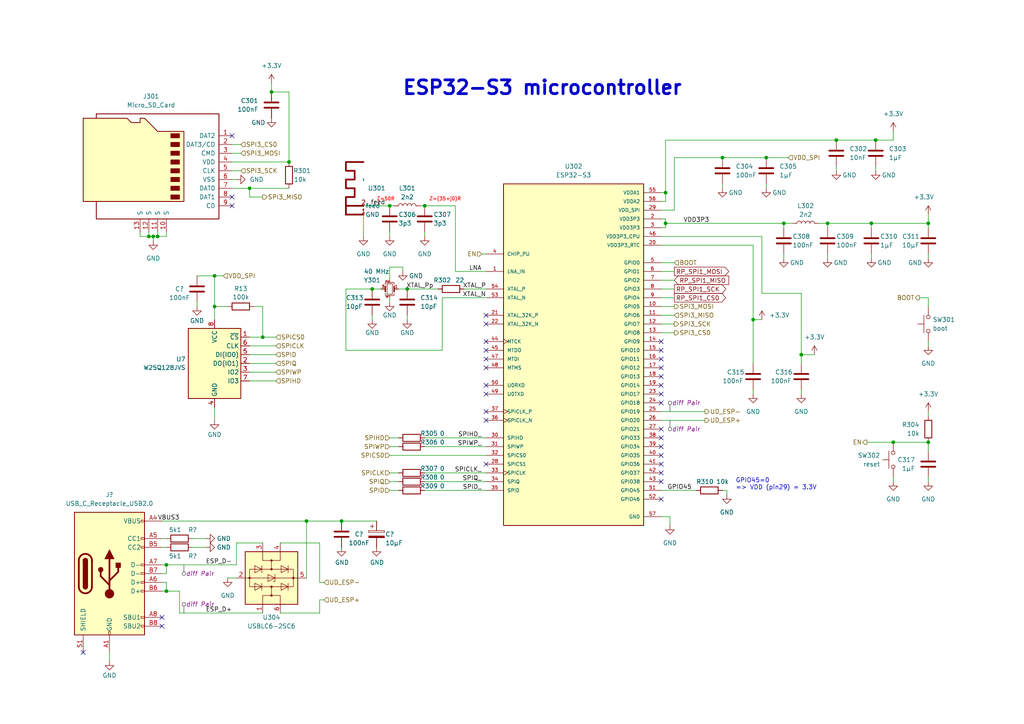
<source format=kicad_sch>
(kicad_sch (version 20230121) (generator eeschema)
  (paper "A4")
  (title_block (title "RD56_color") (date "2023-08-20") (rev "Rev 2") (company "Ludwin Monz") (comment 1 "you may not use the material for commercial purposes.") (comment 2 "you may use non-commercially, adapt, share alike ") (comment 3 "https://creativecommons.org/licenses/by-nc-sa/4.0/") (comment 4 "License: Creative Commons Attribution-Non-Commercial (CC BY-NC-SA)"))
  (lib_symbols
    (symbol "Connector:USB_C_Receptacle_USB2.0" (pin_names (offset 1.016))
      (property "Reference" "J" (at -10.16 19.05 0))
      (property "Value" "USB_C_Receptacle_USB2.0" (at 19.05 19.05 0))
      (symbol "USB_C_Receptacle_USB2.0_1_1"
        (pin passive line (at 0 -22.86 90) (length 5.08) (name "GND") (number "A1"))
        (pin passive line (at 0 -22.86 90) (length 5.08) hide (name "GND") (number "A12"))
        (pin passive line (at 15.24 15.24 180) (length 5.08) (name "VBUS") (number "A4"))
        (pin bidirectional line (at 15.24 10.16 180) (length 5.08) (name "CC1") (number "A5"))
        (pin bidirectional line (at 15.24 -2.54 180) (length 5.08) (name "D+") (number "A6"))
        (pin bidirectional line (at 15.24 2.54 180) (length 5.08) (name "D-") (number "A7"))
        (pin bidirectional line (at 15.24 -12.7 180) (length 5.08) (name "SBU1") (number "A8"))
        (pin passive line (at 15.24 15.24 180) (length 5.08) hide (name "VBUS") (number "A9"))
        (pin passive line (at 0 -22.86 90) (length 5.08) hide (name "GND") (number "B1"))
        (pin passive line (at 0 -22.86 90) (length 5.08) hide (name "GND") (number "B12"))
        (pin passive line (at 15.24 15.24 180) (length 5.08) hide (name "VBUS") (number "B4"))
        (pin bidirectional line (at 15.24 7.62 180) (length 5.08) (name "CC2") (number "B5"))
        (pin bidirectional line (at 15.24 -5.08 180) (length 5.08) (name "D+") (number "B6"))
        (pin bidirectional line (at 15.24 0 180) (length 5.08) (name "D-") (number "B7"))
        (pin bidirectional line (at 15.24 -15.24 180) (length 5.08) (name "SBU2") (number "B8"))
        (pin passive line (at 15.24 15.24 180) (length 5.08) hide (name "VBUS") (number "B9"))
        (pin passive line (at -7.62 -22.86 90) (length 5.08) (name "SHIELD") (number "S1"))
      )
    )
    (symbol "Device:C" (pin_numbers hide) (pin_names (offset 0.254))
      (property "Reference" "C" (at 0.635 2.54 0))
      (property "Value" "C" (at 0.635 -2.54 0))
      (symbol "C_1_1"
        (pin passive line (at 0 3.81 270) (length 2.794) (name "~") (number "1"))
        (pin passive line (at 0 -3.81 90) (length 2.794) (name "~") (number "2"))
      )
    )
    (symbol "Device:Crystal_GND24_Small" (pin_names (offset 1.016) hide)
      (property "Reference" "Y" (at 1.27 4.445 0))
      (property "Value" "Crystal_GND24_Small" (at 1.27 2.54 0))
      (symbol "Crystal_GND24_Small_1_1"
        (pin passive line (at -2.54 0 0) (length 1.27) (name "1") (number "1"))
        (pin passive line (at 0 -2.54 90) (length 0.635) (name "2") (number "2"))
        (pin passive line (at 2.54 0 180) (length 1.27) (name "3") (number "3"))
        (pin passive line (at 0 2.54 270) (length 0.635) (name "4") (number "4"))
      )
    )
    (symbol "Device:L" (pin_numbers hide) (pin_names (offset 1.016) hide)
      (property "Reference" "L" (at -1.27 0 90))
      (property "Value" "L" (at 1.905 0 90))
      (symbol "L_1_1"
        (pin passive line (at 0 3.81 270) (length 1.27) (name "1") (number "1"))
        (pin passive line (at 0 -3.81 90) (length 1.27) (name "2") (number "2"))
      )
    )
    (symbol "Device:R" (pin_numbers hide) (pin_names (offset 0))
      (property "Reference" "R" (at 2.032 0 90))
      (property "Value" "R" (at 0 0 90))
      (symbol "R_1_1"
        (pin passive line (at 0 3.81 270) (length 1.27) (name "~") (number "1"))
        (pin passive line (at 0 -3.81 90) (length 1.27) (name "~") (number "2"))
      )
    )
    (symbol "ESP32-S3:ESP32-S3" (pin_names (offset 1.016))
      (property "Reference" "U1" (at 0 53.34 0))
      (property "Value" "ESP32-S3" (at 0 50.8 0))
      (symbol "ESP32-S3_0_0"
        (pin bidirectional line (at -25.4 22.86 0) (length 5.08) (name "LNA_IN") (number "1"))
        (pin bidirectional line (at 25.4 12.7 180) (length 5.08) (name "GPIO5") (number "10"))
        (pin bidirectional line (at 25.4 10.16 180) (length 5.08) (name "GPIO6") (number "11"))
        (pin bidirectional line (at 25.4 7.62 180) (length 5.08) (name "GPIO7") (number "12"))
        (pin bidirectional line (at 25.4 5.08 180) (length 5.08) (name "GPIO8") (number "13"))
        (pin bidirectional line (at 25.4 2.54 180) (length 5.08) (name "GPIO9") (number "14"))
        (pin bidirectional line (at 25.4 0 180) (length 5.08) (name "GPIO10") (number "15"))
        (pin bidirectional line (at 25.4 -2.54 180) (length 5.08) (name "GPIO11") (number "16"))
        (pin bidirectional line (at 25.4 -5.08 180) (length 5.08) (name "GPIO12") (number "17"))
        (pin bidirectional line (at 25.4 -7.62 180) (length 5.08) (name "GPIO13") (number "18"))
        (pin bidirectional line (at 25.4 -10.16 180) (length 5.08) (name "GPIO14") (number "19"))
        (pin power_in line (at 25.4 38.1 180) (length 5.08) (name "VDD3P3") (number "2"))
        (pin power_in line (at 25.4 30.48 180) (length 5.08) (name "VDD3P3_RTC") (number "20"))
        (pin bidirectional line (at -25.4 10.16 0) (length 5.08) (name "XTAL_32K_P") (number "21"))
        (pin bidirectional line (at -25.4 7.62 0) (length 5.08) (name "XTAL_32K_N") (number "22"))
        (pin bidirectional line (at 25.4 -12.7 180) (length 5.08) (name "GPIO17") (number "23"))
        (pin bidirectional line (at 25.4 -15.24 180) (length 5.08) (name "GPIO18") (number "24"))
        (pin bidirectional line (at 25.4 -17.78 180) (length 5.08) (name "GPIO19") (number "25"))
        (pin bidirectional line (at 25.4 -20.32 180) (length 5.08) (name "GPIO20") (number "26"))
        (pin bidirectional line (at 25.4 -22.86 180) (length 5.08) (name "GPIO21") (number "27"))
        (pin bidirectional line (at -25.4 -33.02 0) (length 5.08) (name "SPICS1") (number "28"))
        (pin power_in line (at 25.4 40.64 180) (length 5.08) (name "VDD_SPI") (number "29"))
        (pin power_in line (at 25.4 35.56 180) (length 5.08) (name "VDD3P3") (number "3"))
        (pin bidirectional line (at -25.4 -25.4 0) (length 5.08) (name "SPIHD") (number "30"))
        (pin bidirectional line (at -25.4 -27.94 0) (length 5.08) (name "SPIWP") (number "31"))
        (pin bidirectional line (at -25.4 -30.48 0) (length 5.08) (name "SPICS0") (number "32"))
        (pin bidirectional clock (at -25.4 -35.56 0) (length 5.08) (name "SPICLK") (number "33"))
        (pin bidirectional line (at -25.4 -38.1 0) (length 5.08) (name "SPIQ") (number "34"))
        (pin bidirectional line (at -25.4 -40.64 0) (length 5.08) (name "SPID") (number "35"))
        (pin bidirectional clock (at -25.4 -20.32 0) (length 5.08) (name "SPICLK_N") (number "36"))
        (pin bidirectional clock (at -25.4 -17.78 0) (length 5.08) (name "SPICLK_P") (number "37"))
        (pin bidirectional line (at 25.4 -25.4 180) (length 5.08) (name "GPIO33") (number "38"))
        (pin bidirectional line (at 25.4 -27.94 180) (length 5.08) (name "GPIO34") (number "39"))
        (pin input line (at -25.4 27.94 0) (length 5.08) (name "CHIP_PU") (number "4"))
        (pin bidirectional line (at 25.4 -30.48 180) (length 5.08) (name "GPIO35") (number "40"))
        (pin bidirectional line (at 25.4 -33.02 180) (length 5.08) (name "GPIO36") (number "41"))
        (pin bidirectional line (at 25.4 -35.56 180) (length 5.08) (name "GPIO37") (number "42"))
        (pin bidirectional line (at 25.4 -38.1 180) (length 5.08) (name "GPIO38") (number "43"))
        (pin bidirectional clock (at -25.4 2.54 0) (length 5.08) (name "MTCK") (number "44"))
        (pin bidirectional line (at -25.4 0 0) (length 5.08) (name "MTDO") (number "45"))
        (pin power_in line (at 25.4 33.02 180) (length 5.08) (name "VDD3P3_CPU") (number "46"))
        (pin bidirectional line (at -25.4 -2.54 0) (length 5.08) (name "MTDI") (number "47"))
        (pin bidirectional line (at -25.4 -5.08 0) (length 5.08) (name "MTMS") (number "48"))
        (pin bidirectional line (at -25.4 -12.7 0) (length 5.08) (name "U0TXD") (number "49"))
        (pin bidirectional line (at 25.4 25.4 180) (length 5.08) (name "GPIO0") (number "5"))
        (pin bidirectional line (at -25.4 -10.16 0) (length 5.08) (name "U0RXD") (number "50"))
        (pin bidirectional line (at 25.4 -40.64 180) (length 5.08) (name "GPIO45") (number "51"))
        (pin bidirectional line (at 25.4 -43.18 180) (length 5.08) (name "GPIO46") (number "52"))
        (pin output line (at -25.4 15.24 0) (length 5.08) (name "XTAL_N") (number "53"))
        (pin input line (at -25.4 17.78 0) (length 5.08) (name "XTAL_P") (number "54"))
        (pin power_in line (at 25.4 45.72 180) (length 5.08) (name "VDDA1") (number "55"))
        (pin power_in line (at 25.4 43.18 180) (length 5.08) (name "VDDA2") (number "56"))
        (pin power_in line (at 25.4 -48.26 180) (length 5.08) (name "GND") (number "57"))
        (pin bidirectional line (at 25.4 22.86 180) (length 5.08) (name "GPIO1") (number "6"))
        (pin bidirectional line (at 25.4 20.32 180) (length 5.08) (name "GPIO2") (number "7"))
        (pin bidirectional line (at 25.4 17.78 180) (length 5.08) (name "GPIO3") (number "8"))
        (pin bidirectional line (at 25.4 15.24 180) (length 5.08) (name "GPIO4") (number "9"))
      )
    )
    (symbol "Memory_Flash:W25Q128JVS"
      (property "Reference" "U" (at -8.89 8.89 0))
      (property "Value" "W25Q128JVS" (at 7.62 8.89 0))
      (symbol "W25Q128JVS_1_1"
        (pin input line (at -10.16 7.62 0) (length 2.54) (name "~{CS}") (number "1"))
        (pin bidirectional line (at -10.16 0 0) (length 2.54) (name "DO(IO1)") (number "2"))
        (pin bidirectional line (at -10.16 -2.54 0) (length 2.54) (name "IO2") (number "3"))
        (pin power_in line (at 0 -12.7 90) (length 2.54) (name "GND") (number "4"))
        (pin bidirectional line (at -10.16 2.54 0) (length 2.54) (name "DI(IO0)") (number "5"))
        (pin input line (at -10.16 5.08 0) (length 2.54) (name "CLK") (number "6"))
        (pin bidirectional line (at -10.16 -5.08 0) (length 2.54) (name "IO3") (number "7"))
        (pin power_in line (at 0 12.7 270) (length 2.54) (name "VCC") (number "8"))
      )
    )
    (symbol "New_Library:PCB_antenna"
      (property "Reference" "U" (at 0 6.35 0))
      (symbol "PCB_antenna_1_1"
        (pin input line (at -10.16 0 270) (length 0.1) (name "GND") (number "1"))
        (pin input line (at -7.62 0 270) (length 0.1) (name "feed") (number "2"))
      )
    )
    (symbol "New_Library:my_Micro_SD_Card" (pin_names (offset 1.016))
      (property "Reference" "J" (at -16.51 15.24 0))
      (property "Value" "Micro_SD_Card" (at 16.51 15.24 0))
      (symbol "my_Micro_SD_Card_1_1"
        (pin bidirectional line (at -22.86 7.62 0) (length 3.81) (name "DAT2") (number "1"))
        (pin passive line (at -3.81 -20.32 90) (length 3.81) (name "S") (number "10"))
        (pin passive line (at -1.27 -20.32 90) (length 3.81) (name "S") (number "11"))
        (pin passive line (at 1.27 -20.32 90) (length 3.81) (name "S") (number "12"))
        (pin passive line (at 3.81 -20.32 90) (length 3.81) (name "S") (number "13"))
        (pin bidirectional line (at -22.86 5.08 0) (length 3.81) (name "DAT3/CD") (number "2"))
        (pin input line (at -22.86 2.54 0) (length 3.81) (name "CMD") (number "3"))
        (pin power_in line (at -22.86 0 0) (length 3.81) (name "VDD") (number "4"))
        (pin input line (at -22.86 -2.54 0) (length 3.81) (name "CLK") (number "5"))
        (pin power_in line (at -22.86 -5.08 0) (length 3.81) (name "VSS") (number "6"))
        (pin bidirectional line (at -22.86 -7.62 0) (length 3.81) (name "DAT0") (number "7"))
        (pin bidirectional line (at -22.86 -10.16 0) (length 3.81) (name "DAT1") (number "8"))
        (pin output line (at -22.86 -12.7 0) (length 3.81) (name "CD") (number "9"))
      )
    )
    (symbol "Power_Protection:USBLC6-2SC6" (pin_names hide)
      (property "Reference" "U" (at 2.54 8.89 0))
      (property "Value" "USBLC6-2SC6" (at 2.54 -8.89 0))
      (symbol "USBLC6-2SC6_1_1"
        (pin passive line (at -10.16 -2.54 0) (length 2.54) (name "I/O1") (number "1"))
        (pin passive line (at 0 -10.16 90) (length 2.54) (name "GND") (number "2"))
        (pin passive line (at 10.16 -2.54 180) (length 2.54) (name "I/O2") (number "3"))
        (pin passive line (at 10.16 2.54 180) (length 2.54) (name "I/O2") (number "4"))
        (pin passive line (at 0 10.16 270) (length 2.54) (name "VBUS") (number "5"))
        (pin passive line (at -10.16 2.54 0) (length 2.54) (name "I/O1") (number "6"))
      )
    )
    (symbol "RD40_display_SMD-rescue:CP-Device" (pin_numbers hide) (pin_names (offset 0.254))
      (property "Reference" "C" (at 0.635 2.54 0))
      (property "Value" "Device_CP" (at 0.635 -2.54 0))
      (symbol "CP-Device_1_1"
        (pin passive line (at 0 3.81 270) (length 2.794) (name "~") (number "1"))
        (pin passive line (at 0 -3.81 90) (length 2.794) (name "~") (number "2"))
      )
    )
    (symbol "Switch:SW_Push" (pin_numbers hide) (pin_names (offset 1.016) hide)
      (property "Reference" "SW" (at 1.27 2.54 0))
      (property "Value" "SW_Push" (at 0 -1.524 0))
      (symbol "SW_Push_0_1"
        (pin passive line (at -5.08 0 0) (length 2.54) (name "1") (number "1"))
        (pin passive line (at 5.08 0 180) (length 2.54) (name "2") (number "2"))
      )
    )
    (symbol "power:+3.3V" (power) (pin_names (offset 0))
      (property "Value" "+3.3V" (at 0 3.556 0))
      (symbol "+3.3V_1_1"
        (pin power_in line (at 0 0 90) (length 0) hide (name "+3.3V") (number "1"))
      )
    )
    (symbol "power:GND" (power) (pin_names (offset 0))
      (property "Value" "GND" (at 0 -3.81 0))
      (symbol "GND_1_1"
        (pin power_in line (at 0 0 270) (length 0) hide (name "GND") (number "1"))
      )
    )
  )
  (junction (at 83.82 46.99))
  (junction (at 240.03 64.77))
  (junction (at 48.26 163.83))
  (junction (at 232.41 102.87))
  (junction (at 78.74 26.67))
  (junction (at 76.2 97.79))
  (junction (at 99.06 151.13))
  (junction (at 222.25 45.72))
  (junction (at 45.72 68.58))
  (junction (at 72.39 54.61))
  (junction (at 107.95 83.82))
  (junction (at 62.23 80.01))
  (junction (at 269.24 64.77))
  (junction (at 269.24 128.27))
  (junction (at 43.18 68.58))
  (junction (at 242.57 40.64))
  (junction (at 118.11 83.82))
  (junction (at 113.03 59.69))
  (junction (at 123.19 59.69))
  (junction (at 62.23 88.9))
  (junction (at 252.73 64.77))
  (junction (at 218.44 92.71))
  (junction (at 88.9 151.13))
  (junction (at 254 40.64))
  (junction (at 193.04 55.88))
  (junction (at 209.55 45.72))
  (junction (at 259.08 128.27))
  (junction (at 227.33 64.77))
  (junction (at 44.45 68.58))
  (junction (at 193.04 64.77))
  (junction (at 48.26 171.45))
  (no_connect (at 140.97 104.14))
  (no_connect (at 140.97 111.76))
  (no_connect (at 191.77 137.16))
  (no_connect (at 67.31 39.37))
  (no_connect (at 191.77 106.68))
  (no_connect (at 67.31 57.15))
  (no_connect (at 191.77 134.62))
  (no_connect (at 191.77 111.76))
  (no_connect (at 24.13 189.23))
  (no_connect (at 140.97 121.92))
  (no_connect (at 140.97 134.62))
  (no_connect (at 140.97 91.44))
  (no_connect (at 191.77 139.7))
  (no_connect (at 140.97 99.06))
  (no_connect (at 140.97 106.68))
  (no_connect (at 191.77 116.84))
  (no_connect (at 46.99 181.61))
  (no_connect (at 191.77 109.22))
  (no_connect (at 191.77 144.78))
  (no_connect (at 140.97 119.38))
  (no_connect (at 191.77 124.46))
  (no_connect (at 140.97 101.6))
  (no_connect (at 191.77 101.6))
  (no_connect (at 191.77 114.3))
  (no_connect (at 191.77 99.06))
  (no_connect (at 140.97 114.3))
  (no_connect (at 191.77 127))
  (no_connect (at 140.97 93.98))
  (no_connect (at 191.77 132.08))
  (no_connect (at 46.99 179.07))
  (no_connect (at 191.77 129.54))
  (no_connect (at 191.77 104.14))
  (no_connect (at 67.31 59.69))
  (wire (pts (xy 113.03 67.31) (xy 113.03 68.58)))
  (wire (pts (xy 269.24 128.27) (xy 269.24 130.81)))
  (wire (pts (xy 76.2 157.48) (xy 68.58 157.48)))
  (wire (pts (xy 43.18 67.31) (xy 43.18 68.58)))
  (wire (pts (xy 232.41 102.87) (xy 232.41 85.09)))
  (wire (pts (xy 113.03 77.47) (xy 113.03 81.28)))
  (wire (pts (xy 43.18 68.58) (xy 44.45 68.58)))
  (wire (pts (xy 48.26 171.45) (xy 46.99 171.45)))
  (wire (pts (xy 128.27 86.36) (xy 140.97 86.36)))
  (wire (pts (xy 31.75 189.23) (xy 31.75 191.77)))
  (wire (pts (xy 269.24 64.77) (xy 269.24 66.04)))
  (wire (pts (xy 72.39 105.41) (xy 80.01 105.41)))
  (wire (pts (xy 242.57 40.64) (xy 254 40.64)))
  (wire (pts (xy 46.99 168.91) (xy 48.26 168.91)))
  (wire (pts (xy 191.77 58.42) (xy 193.04 58.42)))
  (wire (pts (xy 252.73 64.77) (xy 269.24 64.77)))
  (wire (pts (xy 62.23 80.01) (xy 57.15 80.01)))
  (wire (pts (xy 92.71 157.48) (xy 81.28 157.48)))
  (wire (pts (xy 105.41 62.23) (xy 105.41 68.58)))
  (wire (pts (xy 252.73 73.66) (xy 252.73 74.93)))
  (wire (pts (xy 99.06 151.13) (xy 109.22 151.13)))
  (wire (pts (xy 40.64 67.31) (xy 40.64 68.58)))
  (wire (pts (xy 45.72 67.31) (xy 45.72 68.58)))
  (wire (pts (xy 195.58 60.96) (xy 195.58 45.72)))
  (wire (pts (xy 57.15 87.63) (xy 57.15 88.9)))
  (wire (pts (xy 269.24 119.38) (xy 269.24 120.65)))
  (wire (pts (xy 254 48.26) (xy 254 49.53)))
  (wire (pts (xy 210.82 142.24) (xy 210.82 143.51)))
  (wire (pts (xy 195.58 60.96) (xy 191.77 60.96)))
  (wire (pts (xy 62.23 118.11) (xy 62.23 121.92)))
  (wire (pts (xy 220.98 85.09) (xy 220.98 68.58)))
  (wire (pts (xy 269.24 86.36) (xy 269.24 88.9)))
  (wire (pts (xy 191.77 76.2) (xy 195.58 76.2)))
  (wire (pts (xy 113.03 139.7) (xy 115.57 139.7)))
  (wire (pts (xy 62.23 92.71) (xy 62.23 88.9)))
  (wire (pts (xy 209.55 142.24) (xy 210.82 142.24)))
  (wire (pts (xy 113.03 132.08) (xy 140.97 132.08)))
  (wire (pts (xy 242.57 48.26) (xy 242.57 49.53)))
  (wire (pts (xy 252.73 64.77) (xy 240.03 64.77)))
  (wire (pts (xy 69.85 49.53) (xy 67.31 49.53)))
  (wire (pts (xy 236.22 102.87) (xy 232.41 102.87)))
  (wire (pts (xy 193.04 55.88) (xy 193.04 58.42)))
  (wire (pts (xy 240.03 73.66) (xy 240.03 74.93)))
  (wire (pts (xy 123.19 127) (xy 140.97 127)))
  (wire (pts (xy 52.07 177.8) (xy 76.2 177.8)))
  (wire (pts (xy 269.24 138.43) (xy 269.24 139.7)))
  (wire (pts (xy 69.85 41.91) (xy 67.31 41.91)))
  (wire (pts (xy 115.57 83.82) (xy 118.11 83.82)))
  (wire (pts (xy 48.26 158.75) (xy 46.99 158.75)))
  (wire (pts (xy 72.39 57.15) (xy 72.39 54.61)))
  (wire (pts (xy 240.03 64.77) (xy 240.03 66.04)))
  (wire (pts (xy 191.77 86.36) (xy 195.58 86.36)))
  (wire (pts (xy 92.71 177.8) (xy 92.71 173.99)))
  (wire (pts (xy 193.04 64.77) (xy 227.33 64.77)))
  (wire (pts (xy 116.84 77.47) (xy 116.84 78.74)))
  (wire (pts (xy 48.26 163.83) (xy 68.58 163.83)))
  (wire (pts (xy 259.08 138.43) (xy 259.08 139.7)))
  (wire (pts (xy 193.04 63.5) (xy 193.04 64.77)))
  (wire (pts (xy 44.45 68.58) (xy 45.72 68.58)))
  (wire (pts (xy 76.2 88.9) (xy 73.66 88.9)))
  (wire (pts (xy 252.73 64.77) (xy 252.73 66.04)))
  (wire (pts (xy 72.39 97.79) (xy 76.2 97.79)))
  (wire (pts (xy 227.33 73.66) (xy 227.33 74.93)))
  (wire (pts (xy 218.44 92.71) (xy 220.98 92.71)))
  (wire (pts (xy 269.24 73.66) (xy 269.24 74.93)))
  (wire (pts (xy 72.39 110.49) (xy 80.01 110.49)))
  (wire (pts (xy 113.03 127) (xy 115.57 127)))
  (wire (pts (xy 218.44 71.12) (xy 218.44 92.71)))
  (wire (pts (xy 194.31 152.4) (xy 194.31 149.86)))
  (wire (pts (xy 68.58 163.83) (xy 68.58 157.48)))
  (wire (pts (xy 62.23 80.01) (xy 62.23 88.9)))
  (wire (pts (xy 110.49 83.82) (xy 107.95 83.82)))
  (wire (pts (xy 191.77 81.28) (xy 195.58 81.28)))
  (wire (pts (xy 92.71 168.91) (xy 92.71 157.48)))
  (wire (pts (xy 78.74 24.13) (xy 78.74 26.67)))
  (wire (pts (xy 132.08 78.74) (xy 140.97 78.74)))
  (wire (pts (xy 269.24 99.06) (xy 269.24 100.33)))
  (wire (pts (xy 76.2 57.15) (xy 72.39 57.15)))
  (wire (pts (xy 191.77 91.44) (xy 195.58 91.44)))
  (wire (pts (xy 128.27 101.6) (xy 128.27 86.36)))
  (wire (pts (xy 209.55 53.34) (xy 209.55 54.61)))
  (wire (pts (xy 45.72 68.58) (xy 48.26 68.58)))
  (wire (pts (xy 194.31 149.86) (xy 191.77 149.86)))
  (wire (pts (xy 123.19 59.69) (xy 132.08 59.69)))
  (wire (pts (xy 229.87 64.77) (xy 227.33 64.77)))
  (wire (pts (xy 46.99 151.13) (xy 88.9 151.13)))
  (wire (pts (xy 48.26 163.83) (xy 48.26 166.37)))
  (wire (pts (xy 118.11 83.82) (xy 127 83.82)))
  (wire (pts (xy 232.41 85.09) (xy 220.98 85.09)))
  (wire (pts (xy 191.77 63.5) (xy 193.04 63.5)))
  (wire (pts (xy 40.64 68.58) (xy 43.18 68.58)))
  (wire (pts (xy 227.33 64.77) (xy 227.33 66.04)))
  (wire (pts (xy 107.95 91.44) (xy 107.95 92.71)))
  (wire (pts (xy 134.62 83.82) (xy 140.97 83.82)))
  (wire (pts (xy 259.08 40.64) (xy 254 40.64)))
  (wire (pts (xy 191.77 96.52) (xy 195.58 96.52)))
  (wire (pts (xy 48.26 166.37) (xy 46.99 166.37)))
  (wire (pts (xy 83.82 46.99) (xy 83.82 26.67)))
  (wire (pts (xy 76.2 97.79) (xy 80.01 97.79)))
  (wire (pts (xy 193.04 55.88) (xy 193.04 40.64)))
  (wire (pts (xy 62.23 88.9) (xy 66.04 88.9)))
  (wire (pts (xy 72.39 54.61) (xy 67.31 54.61)))
  (wire (pts (xy 48.26 68.58) (xy 48.26 67.31)))
  (wire (pts (xy 83.82 26.67) (xy 78.74 26.67)))
  (wire (pts (xy 118.11 91.44) (xy 118.11 92.71)))
  (wire (pts (xy 69.85 44.45) (xy 67.31 44.45)))
  (wire (pts (xy 123.19 137.16) (xy 140.97 137.16)))
  (wire (pts (xy 240.03 64.77) (xy 237.49 64.77)))
  (wire (pts (xy 191.77 55.88) (xy 193.04 55.88)))
  (wire (pts (xy 81.28 177.8) (xy 92.71 177.8)))
  (wire (pts (xy 48.26 171.45) (xy 52.07 171.45)))
  (wire (pts (xy 116.84 77.47) (xy 113.03 77.47)))
  (wire (pts (xy 195.58 45.72) (xy 209.55 45.72)))
  (wire (pts (xy 193.04 64.77) (xy 193.04 66.04)))
  (wire (pts (xy 113.03 86.36) (xy 113.03 87.63)))
  (wire (pts (xy 191.77 142.24) (xy 201.93 142.24)))
  (wire (pts (xy 100.33 83.82) (xy 100.33 101.6)))
  (wire (pts (xy 113.03 137.16) (xy 115.57 137.16)))
  (wire (pts (xy 191.77 66.04) (xy 193.04 66.04)))
  (wire (pts (xy 132.08 59.69) (xy 132.08 78.74)))
  (wire (pts (xy 72.39 107.95) (xy 80.01 107.95)))
  (wire (pts (xy 88.9 151.13) (xy 88.9 167.64)))
  (wire (pts (xy 218.44 92.71) (xy 218.44 105.41)))
  (wire (pts (xy 92.71 173.99) (xy 93.98 173.99)))
  (wire (pts (xy 121.92 59.69) (xy 123.19 59.69)))
  (wire (pts (xy 93.98 168.91) (xy 92.71 168.91)))
  (wire (pts (xy 259.08 38.1) (xy 259.08 40.64)))
  (wire (pts (xy 72.39 100.33) (xy 80.01 100.33)))
  (wire (pts (xy 55.88 156.21) (xy 59.69 156.21)))
  (wire (pts (xy 232.41 102.87) (xy 232.41 105.41)))
  (wire (pts (xy 209.55 45.72) (xy 222.25 45.72)))
  (wire (pts (xy 113.03 142.24) (xy 115.57 142.24)))
  (wire (pts (xy 68.58 52.07) (xy 67.31 52.07)))
  (wire (pts (xy 193.04 40.64) (xy 242.57 40.64)))
  (wire (pts (xy 46.99 163.83) (xy 48.26 163.83)))
  (wire (pts (xy 52.07 171.45) (xy 52.07 177.8)))
  (wire (pts (xy 191.77 88.9) (xy 195.58 88.9)))
  (wire (pts (xy 113.03 129.54) (xy 115.57 129.54)))
  (wire (pts (xy 191.77 83.82) (xy 195.58 83.82)))
  (wire (pts (xy 123.19 129.54) (xy 140.97 129.54)))
  (wire (pts (xy 123.19 139.7) (xy 140.97 139.7)))
  (wire (pts (xy 48.26 168.91) (xy 48.26 171.45)))
  (wire (pts (xy 55.88 158.75) (xy 59.69 158.75)))
  (wire (pts (xy 123.19 142.24) (xy 140.97 142.24)))
  (wire (pts (xy 269.24 62.23) (xy 269.24 64.77)))
  (wire (pts (xy 123.19 67.31) (xy 123.19 68.58)))
  (wire (pts (xy 266.7 86.36) (xy 269.24 86.36)))
  (wire (pts (xy 62.23 80.01) (xy 64.77 80.01)))
  (wire (pts (xy 113.03 59.69) (xy 114.3 59.69)))
  (wire (pts (xy 191.77 78.74) (xy 195.58 78.74)))
  (wire (pts (xy 269.24 128.27) (xy 259.08 128.27)))
  (wire (pts (xy 222.25 53.34) (xy 222.25 54.61)))
  (wire (pts (xy 100.33 101.6) (xy 128.27 101.6)))
  (wire (pts (xy 139.7 73.66) (xy 140.97 73.66)))
  (wire (pts (xy 191.77 93.98) (xy 195.58 93.98)))
  (wire (pts (xy 191.77 71.12) (xy 218.44 71.12)))
  (wire (pts (xy 83.82 54.61) (xy 72.39 54.61)))
  (wire (pts (xy 259.08 128.27) (xy 251.46 128.27)))
  (wire (pts (xy 218.44 113.03) (xy 218.44 114.3)))
  (wire (pts (xy 191.77 119.38) (xy 204.47 119.38)))
  (wire (pts (xy 44.45 68.58) (xy 44.45 69.85)))
  (wire (pts (xy 48.26 156.21) (xy 46.99 156.21)))
  (wire (pts (xy 83.82 46.99) (xy 67.31 46.99)))
  (wire (pts (xy 88.9 151.13) (xy 99.06 151.13)))
  (wire (pts (xy 68.58 167.64) (xy 66.04 167.64)))
  (wire (pts (xy 76.2 97.79) (xy 76.2 88.9)))
  (wire (pts (xy 72.39 102.87) (xy 80.01 102.87)))
  (wire (pts (xy 232.41 113.03) (xy 232.41 114.3)))
  (wire (pts (xy 105.41 59.69) (xy 113.03 59.69)))
  (wire (pts (xy 107.95 83.82) (xy 100.33 83.82)))
  (wire (pts (xy 191.77 121.92) (xy 204.47 121.92)))
  (wire (pts (xy 222.25 45.72) (xy 228.6 45.72)))
  (wire (pts (xy 220.98 68.58) (xy 191.77 68.58)))
  (text "Z=50R" (at 109.22 58.42 0) (effects (font (size 1 1)) (justify left bottom)))
  (text "ESP32-S3 microcontroller" (at 198.12 27.94 0) (effects (font (size 4 4) (thickness 0.8) bold) (justify right bottom)))
  (text "Z=(35+j0)R" (at 124.46 58.42 0) (effects (font (size 1 1)) (justify left bottom)))
  (text "GPIO45=0\n=> VDD (pin29) = 3.3V" (at 213.36 142.24 0) (effects (font (size 1.27 1.27)) (justify left bottom)))
  (label "SPICLK_" (at 139.7 137.16 180))
  (label "LNA" (at 139.7 78.74 180))
  (label "SPIHD_" (at 139.7 127 180))
  (label "XTAL_P" (at 140.97 83.82 180))
  (label "ESP_D-" (at 67.31 163.83 180))
  (label "SPIQ_" (at 139.7 139.7 180))
  (label "VBUS3" (at 52.07 151.13 180))
  (label "GPIO45" (at 200.66 142.24 180))
  (label "SPIWP_" (at 139.7 129.54 180))
  (label "feed" (at 111.76 59.69 180))
  (label "XTAL_N" (at 140.97 86.36 180))
  (label "SPID_" (at 139.7 142.24 180))
  (label "VDD3P3" (at 205.74 64.77 180))
  (label "ESP_D+" (at 67.31 177.8 180))
  (label "XTAL_Pp" (at 125.73 83.82 180))
  (global_label "RP_SPI1_CS0" (shape output) (at 195.58 86.36 0) (property "Intersheetrefs" "${INTERSHEET_REFS}" (effects hide)))
  (global_label "RP_SPI1_MISO" (shape input) (at 195.58 81.28 0) (property "Intersheetrefs" "${INTERSHEET_REFS}" (effects hide)))
  (global_label "RP_SPI1_MOSI" (shape output) (at 195.58 78.74 0) (property "Intersheetrefs" "${INTERSHEET_REFS}" (effects hide)))
  (global_label "RP_SPI1_SCK" (shape output) (at 195.58 83.82 0) (property "Intersheetrefs" "${INTERSHEET_REFS}" (effects hide)))
  (hierarchical_label "SPID" (shape input) (at 113.03 142.24 180))
  (hierarchical_label "UD_ESP+" (shape output) (at 204.47 121.92 0))
  (hierarchical_label "VDD_SPI" (shape input) (at 228.6 45.72 0))
  (hierarchical_label "SPI3_MISO" (shape output) (at 76.2 57.15 0))
  (hierarchical_label "SPID" (shape input) (at 80.01 102.87 0))
  (hierarchical_label "SPICS0" (shape input) (at 80.01 97.79 0))
  (hierarchical_label "SPI3_MOSI" (shape input) (at 69.85 44.45 0))
  (hierarchical_label "SPI3_CS0" (shape input) (at 69.85 41.91 0))
  (hierarchical_label "VDD_SPI" (shape input) (at 64.77 80.01 0))
  (hierarchical_label "SPI3_CS0" (shape output) (at 195.58 96.52 0))
  (hierarchical_label "SPICLK" (shape input) (at 80.01 100.33 0))
  (hierarchical_label "SPI3_SCK" (shape input) (at 69.85 49.53 0))
  (hierarchical_label "SPI3_MOSI" (shape output) (at 195.58 88.9 0))
  (hierarchical_label "SPIWP" (shape input) (at 80.01 107.95 0))
  (hierarchical_label "SPIWP" (shape input) (at 113.03 129.54 180))
  (hierarchical_label "SPIQ" (shape input) (at 113.03 139.7 180))
  (hierarchical_label "SPICS0" (shape input) (at 113.03 132.08 180))
  (hierarchical_label "SPI3_MISO" (shape input) (at 195.58 91.44 0))
  (hierarchical_label "EN" (shape input) (at 139.7 73.66 180))
  (hierarchical_label "SPIHD" (shape input) (at 80.01 110.49 0))
  (hierarchical_label "UD_ESP-" (shape output) (at 204.47 119.38 0))
  (hierarchical_label "SPI3_SCK" (shape output) (at 195.58 93.98 0))
  (hierarchical_label "BOOT" (shape output) (at 266.7 86.36 180))
  (hierarchical_label "SPIHD" (shape input) (at 113.03 127 180))
  (hierarchical_label "BOOT" (shape input) (at 195.58 76.2 0))
  (hierarchical_label "UD_ESP+" (shape input) (at 93.98 173.99 0))
  (hierarchical_label "SPIQ" (shape input) (at 80.01 105.41 0))
  (hierarchical_label "EN" (shape output) (at 251.46 128.27 180))
  (hierarchical_label "UD_ESP-" (shape input) (at 93.98 168.91 0))
  (hierarchical_label "SPICLK" (shape input) (at 113.03 137.16 180))
  (netclass_flag "" (length 2.54) (shape round) (at 194.31 121.92 180) (property "Netclass" "diff Pair" (at 194.9196 124.46 0) (effects (font italic) (justify left))))
  (netclass_flag "" (length 2.54) (shape round) (at 194.31 119.38 0) (property "Netclass" "diff Pair" (at 194.9196 116.84 0) (effects (font italic) (justify left))))
  (netclass_flag "" (length 2.54) (shape round) (at 53.34 177.8 0) (property "Netclass" "diff Pair" (at 53.9496 175.26 0) (effects (font italic) (justify left))))
  (netclass_flag "" (length 2.54) (shape round) (at 53.34 163.83 180) (property "Netclass" "diff Pair" (at 53.9496 166.37 0) (effects (font italic) (justify left))))
  (symbol (lib_id "Device:C") (at 269.24 134.62 0) (mirror y) (unit 1)
    (property "Reference" "C317" (at 265.43 133.35 0) (effects (justify left)))
    (property "Value" "1µF" (at 265.43 135.89 0) (effects (justify left)))
    (property "Footprint" "Capacitor_SMD:C_0402_1005Metric" (effects hide))
    (property "LCSC" "C52923" (effects hide))
  )
  (symbol (lib_id "power:GND") (at 105.41 68.58 0) (unit 1)
    (property "Reference" "#PWR0310" (effects hide))
    (property "Value" "GND" (at 105.41 73.66 0))
  )
  (symbol (lib_id "Device:R") (at 119.38 129.54 90) (unit 1)
    (property "Reference" "R306" (at 124.46 128.27 90))
    (property "Value" "0" (at 128.27 128.27 90))
    (property "Footprint" "Resistor_SMD:R_0402_1005Metric" (effects hide))
    (property "LCSC" "C17168" (effects hide))
  )
  (symbol (lib_id "New_Library:my_Micro_SD_Card") (at 44.45 46.99 0) (mirror y) (unit 1)
    (property "Reference" "J301" (at 43.815 27.94 0))
    (property "Value" "Micro_SD_Card" (at 43.815 30.48 0))
    (property "Footprint" "my_footprints:microSD_SMD" (effects hide))
    (property "Datasheet" "GT-TF003-H0185-02.pdf" (effects hide))
    (property "LCSC" "C5155564" (effects hide))
  )
  (symbol (lib_id "Device:C") (at 209.55 49.53 0) (unit 1)
    (property "Reference" "C304" (at 213.36 48.26 0) (effects (justify left)))
    (property "Value" "100nF" (at 213.36 50.8 0) (effects (justify left)))
    (property "Footprint" "Capacitor_SMD:C_0402_1005Metric" (effects hide))
    (property "LCSC" "C307331" (effects hide))
  )
  (symbol (lib_id "Device:L") (at 233.68 64.77 90) (unit 1)
    (property "Reference" "L302" (at 233.68 59.69 90))
    (property "Value" "2n2" (at 233.68 62.23 90))
    (property "Footprint" "Inductor_SMD:L_0402_1005Metric" (effects hide))
    (property "LCSC" "C412264" (effects hide))
  )
  (symbol (lib_id "power:GND") (at 118.11 92.71 0) (unit 1)
    (property "Reference" "#PWR0322" (effects hide))
    (property "Value" "GND" (at 118.11 96.52 0))
  )
  (symbol (lib_id "Device:R") (at 269.24 124.46 0) (mirror y) (unit 1)
    (property "Reference" "R304" (at 266.7 123.19 0) (effects (justify left)))
    (property "Value" "10k" (at 266.7 125.73 0) (effects (justify left)))
    (property "Footprint" "Resistor_SMD:R_0402_1005Metric" (effects hide))
    (property "LCSC" "C25744" (effects hide))
  )
  (symbol (lib_id "Device:Crystal_GND24_Small") (at 113.03 83.82 180) (unit 1)
    (property "Reference" "Y301" (at 107.95 81.28 0))
    (property "Value" "40 MHz" (at 109.22 78.74 0))
    (property "Footprint" "my_footprints:Crystal_SMD_4Pin_3.2x2.5mm" (effects hide))
    (property "LCSC" "C379787" (effects hide))
  )
  (symbol (lib_id "Device:C") (at 252.73 69.85 0) (unit 1)
    (property "Reference" "C310" (at 255.27 68.58 0) (effects (justify left)))
    (property "Value" "1µF" (at 255.27 71.12 0) (effects (justify left)))
    (property "Footprint" "Capacitor_SMD:C_0402_1005Metric" (effects hide))
    (property "LCSC" "C52923" (effects hide))
  )
  (symbol (lib_id "power:GND") (at 44.45 69.85 0) (unit 1)
    (property "Reference" "#PWR0313" (effects hide))
    (property "Value" "GND" (at 44.45 74.93 0))
  )
  (symbol (lib_id "power:GND") (at 210.82 143.51 0) (unit 1)
    (property "Reference" "#PWR0332" (effects hide))
    (property "Value" "GND" (at 210.82 148.59 0))
  )
  (symbol (lib_id "power:GND") (at 222.25 54.61 0) (unit 1)
    (property "Reference" "#PWR0308" (effects hide))
    (property "Value" "GND" (at 226.06 55.88 0))
  )
  (symbol (lib_id "ESP32-S3:ESP32-S3") (at 166.37 101.6 0) (unit 1)
    (property "Reference" "U302" (at 166.37 48.26 0))
    (property "Value" "ESP32-S3" (at 166.37 50.8 0))
    (property "Footprint" "my_footprints:IC_ESP32-S3" (effects hide))
    (property "LCSC" "C2913192" (effects hide))
  )
  (symbol (lib_id "power:GND") (at 68.58 52.07 90) (mirror x) (unit 1)
    (property "Reference" "#PWR0306" (effects hide))
    (property "Value" "GND" (at 72.39 52.07 90) (effects (justify right)))
  )
  (symbol (lib_id "Device:R") (at 119.38 139.7 90) (unit 1)
    (property "Reference" "R308" (at 124.46 138.43 90))
    (property "Value" "0" (at 128.27 138.43 90))
    (property "Footprint" "Resistor_SMD:R_0402_1005Metric" (effects hide))
    (property "LCSC" "C17168" (effects hide))
  )
  (symbol (lib_id "power:GND") (at 31.75 191.77 0) (mirror y) (unit 1)
    (property "Reference" "#PWR?" (effects hide))
    (property "Value" "GND" (at 31.75 195.9031 0))
    (instances (project "RD56" (path "" (reference "#PWR?") (unit 1)) (path "" (reference "#PWR0339") (unit 1))))
  )
  (symbol (lib_id "power:GND") (at 109.22 158.75 0) (unit 1)
    (property "Reference" "#PWR?" (effects hide))
    (property "Value" "GND" (at 109.347 163.1442 0))
    (instances (project "RD56" (path "" (reference "#PWR?") (unit 1)) (path "" (reference "#PWR049") (unit 1)) (path "" (reference "#PWR0336") (unit 1))))
  )
  (symbol (lib_id "Memory_Flash:W25Q128JVS") (at 62.23 105.41 0) (mirror y) (unit 1)
    (property "Reference" "U7" (at 53.848 104.1979 0) (effects (justify left)))
    (property "Value" "W25Q128JVS" (at 53.848 106.6221 0) (effects (justify left)))
    (property "Footprint" "Package_SO:SOIC-8_5.23x5.23mm_P1.27mm" (effects hide))
    (property "Datasheet" "http://www.winbond.com/resource-files/w25q128jv_dtr%20revc%2003272018%20plus.pdf" (effects hide))
    (property "LCSC" "C97521" (effects hide))
    (instances (project "RD56" (path "" (reference "U7") (unit 1)) (path "" (reference "U303") (unit 1))))
  )
  (symbol (lib_id "Device:R") (at 69.85 88.9 270) (mirror x) (unit 1)
    (property "Reference" "R13" (at 69.85 83.7397 90))
    (property "Value" "100k" (at 69.85 86.1639 90))
    (property "Footprint" "Resistor_SMD:R_0402_1005Metric" (effects hide))
    (property "LCSC" "C25741" (effects hide))
    (instances (project "RD56" (path "" (reference "R13") (unit 1)) (path "" (reference "R303") (unit 1))))
  )
  (symbol (lib_id "power:+3.3V") (at 236.22 102.87 0) (unit 1)
    (property "Reference" "#PWR0325" (effects hide))
    (property "Value" "+3.3V" (at 236.22 97.79 0))
  )
  (symbol (lib_id "Device:R") (at 205.74 142.24 90) (unit 1)
    (property "Reference" "R310" (at 204.47 139.7 90))
    (property "Value" "10k" (at 209.55 139.7 90))
    (property "Footprint" "Resistor_SMD:R_0402_1005Metric" (effects hide))
    (property "LCSC" "C25744" (effects hide))
  )
  (symbol (lib_id "Device:R") (at 119.38 142.24 90) (unit 1)
    (property "Reference" "R309" (at 124.46 140.97 90))
    (property "Value" "0" (at 128.27 140.97 90))
    (property "Footprint" "Resistor_SMD:R_0402_1005Metric" (effects hide))
    (property "LCSC" "C17168" (effects hide))
  )
  (symbol (lib_id "Switch:SW_Push") (at 269.24 93.98 90) (mirror x) (unit 1)
    (property "Reference" "SW301" (at 270.51 92.71 90) (effects (justify right)))
    (property "Value" "boot" (at 270.51 95.25 90) (effects (justify right)))
    (property "Footprint" "my_footprints:ROCPU_switch" (effects hide))
    (property "LCSC" "C5381238" (effects hide))
  )
  (symbol (lib_id "power:GND") (at 240.03 74.93 0) (unit 1)
    (property "Reference" "#PWR0315" (effects hide))
    (property "Value" "GND" (at 243.84 76.2 0))
  )
  (symbol (lib_id "power:GND") (at 59.69 158.75 90) (unit 1)
    (property "Reference" "#PWR?" (effects hide))
    (property "Value" "GND" (at 62.865 158.75 90) (effects (justify right)))
    (instances (project "RD56" (path "" (reference "#PWR?") (unit 1)) (path "" (reference "#PWR0334") (unit 1))))
  )
  (symbol (lib_id "power:GND") (at 107.95 92.71 0) (unit 1)
    (property "Reference" "#PWR0321" (effects hide))
    (property "Value" "GND" (at 107.95 96.52 0))
  )
  (symbol (lib_id "power:GND") (at 113.03 68.58 0) (unit 1)
    (property "Reference" "#PWR0311" (effects hide))
    (property "Value" "GND" (at 113.03 73.66 0))
  )
  (symbol (lib_id "Device:C") (at 113.03 63.5 0) (unit 1)
    (property "Reference" "C306" (at 115.57 62.23 0) (effects (justify left)))
    (property "Value" "3p3" (at 115.57 64.77 0) (effects (justify left)))
    (property "Footprint" "Capacitor_SMD:C_0402_1005Metric" (effects hide))
    (property "LCSC" "C1565" (effects hide))
  )
  (symbol (lib_id "power:+3.3V") (at 269.24 62.23 0) (unit 1)
    (property "Reference" "#PWR0309" (effects hide))
    (property "Value" "+3.3V" (at 267.97 57.15 0))
  )
  (symbol (lib_id "Power_Protection:USBLC6-2SC6") (at 78.74 167.64 270) (mirror x) (unit 1)
    (property "Reference" "U304" (at 78.74 179.07 90))
    (property "Value" "USBLC6-2SC6" (at 78.74 181.61 90))
    (property "Footprint" "Package_TO_SOT_SMD:SOT-23-6" (effects hide))
    (property "Datasheet" "https://www.st.com/resource/en/datasheet/usblc6-2.pdf" (effects hide))
    (property "LCSC" "C2687116" (effects hide))
  )
  (symbol (lib_id "power:GND") (at 194.31 152.4 0) (unit 1)
    (property "Reference" "#PWR0337" (effects hide))
    (property "Value" "GND" (at 194.31 157.48 0))
  )
  (symbol (lib_id "Device:R") (at 52.07 158.75 90) (unit 1)
    (property "Reference" "R?" (at 55.88 161.29 90))
    (property "Value" "5k1" (at 50.8 161.29 90))
    (property "Footprint" "Resistor_SMD:R_0402_1005Metric" (effects hide))
    (property "LCSC" "C25905" (effects hide))
    (instances (project "RD56" (path "" (reference "R?") (unit 1)) (path "" (reference "R312") (unit 1))))
  )
  (symbol (lib_id "power:GND") (at 57.15 88.9 0) (mirror y) (unit 1)
    (property "Reference" "#PWR052" (effects hide))
    (property "Value" "GND" (at 57.15 93.0331 0))
    (instances (project "RD56" (path "" (reference "#PWR052") (unit 1)) (path "" (reference "#PWR0320") (unit 1))))
  )
  (symbol (lib_id "Device:C") (at 118.11 87.63 0) (unit 1)
    (property "Reference" "C314" (at 121.92 86.36 0) (effects (justify left)))
    (property "Value" "10pF" (at 121.92 88.9 0) (effects (justify left)))
    (property "Footprint" "Capacitor_SMD:C_0402_1005Metric" (effects hide))
    (property "LCSC" "C32949" (effects hide))
  )
  (symbol (lib_id "power:GND") (at 59.69 156.21 90) (unit 1)
    (property "Reference" "#PWR?" (effects hide))
    (property "Value" "GND" (at 62.865 156.21 90) (effects (justify right)))
    (instances (project "RD56" (path "" (reference "#PWR?") (unit 1)) (path "" (reference "#PWR0333") (unit 1))))
  )
  (symbol (lib_id "power:GND") (at 116.84 78.74 0) (unit 1)
    (property "Reference" "#PWR0318" (effects hide))
    (property "Value" "GND" (at 120.65 80.01 0))
  )
  (symbol (lib_id "power:GND") (at 99.06 158.75 0) (unit 1)
    (property "Reference" "#PWR?" (effects hide))
    (property "Value" "GND" (at 99.187 163.1442 0))
    (instances (project "RD56" (path "" (reference "#PWR?") (unit 1)) (path "" (reference "#PWR047") (unit 1)) (path "" (reference "#PWR0335") (unit 1))))
  )
  (symbol (lib_id "power:GND") (at 242.57 49.53 0) (unit 1)
    (property "Reference" "#PWR0304" (effects hide))
    (property "Value" "GND" (at 246.38 50.8 0))
  )
  (symbol (lib_id "Device:C") (at 240.03 69.85 0) (unit 1)
    (property "Reference" "C309" (at 242.57 68.58 0) (effects (justify left)))
    (property "Value" "100nF" (at 242.57 71.12 0) (effects (justify left)))
    (property "Footprint" "Capacitor_SMD:C_0402_1005Metric" (effects hide))
    (property "LCSC" "C307331" (effects hide))
  )
  (symbol (lib_id "Device:C") (at 269.24 69.85 0) (unit 1)
    (property "Reference" "C311" (at 261.62 68.58 0) (effects (justify left)))
    (property "Value" "10µF" (at 261.62 71.12 0) (effects (justify left)))
    (property "Footprint" "Capacitor_SMD:C_0603_1608Metric" (effects hide))
    (property "LCSC" "C96446" (effects hide))
  )
  (symbol (lib_id "power:GND") (at 269.24 74.93 0) (unit 1)
    (property "Reference" "#PWR0317" (effects hide))
    (property "Value" "GND" (at 265.43 76.2 0))
  )
  (symbol (lib_id "power:GND") (at 227.33 74.93 0) (unit 1)
    (property "Reference" "#PWR0314" (effects hide))
    (property "Value" "GND" (at 231.14 76.2 0))
  )
  (symbol (lib_id "Device:C") (at 123.19 63.5 0) (unit 1)
    (property "Reference" "C307" (at 125.73 62.23 0) (effects (justify left)))
    (property "Value" "3p3" (at 125.73 64.77 0) (effects (justify left)))
    (property "Footprint" "Capacitor_SMD:C_0402_1005Metric" (effects hide))
    (property "LCSC" "C1565" (effects hide))
  )
  (symbol (lib_id "power:GND") (at 269.24 100.33 0) (mirror y) (unit 1)
    (property "Reference" "#PWR0324" (effects hide))
    (property "Value" "GND" (at 269.24 105.41 0))
  )
  (symbol (lib_id "power:+3.3V") (at 78.74 24.13 0) (mirror y) (unit 1)
    (property "Reference" "#PWR0301" (effects hide))
    (property "Value" "+3.3V" (at 78.74 19.05 0))
  )
  (symbol (lib_id "Device:C") (at 57.15 83.82 0) (mirror x) (unit 1)
    (property "Reference" "C?" (at 52.07 83.82 0))
    (property "Value" "100nF" (at 52.07 86.36 0))
    (property "Footprint" "Capacitor_SMD:C_0402_1005Metric" (effects hide))
    (property "LCSC" "C307331" (effects hide))
    (instances (project "RD56" (path "" (reference "C?") (unit 1)) (path "" (reference "C36") (unit 1)) (path "" (reference "C312") (unit 1))))
  )
  (symbol (lib_id "Device:C") (at 242.57 44.45 0) (unit 1)
    (property "Reference" "C302" (at 246.38 43.18 0) (effects (justify left)))
    (property "Value" "10nF" (at 246.38 45.72 0) (effects (justify left)))
    (property "Footprint" "Capacitor_SMD:C_0402_1005Metric" (effects hide))
    (property "LCSC" "C15195" (effects hide))
  )
  (symbol (lib_id "Device:R") (at 130.81 83.82 90) (unit 1)
    (property "Reference" "R302" (at 128.27 81.28 90))
    (property "Value" "22" (at 133.35 81.28 90))
    (property "Footprint" "Resistor_SMD:R_0402_1005Metric" (effects hide))
    (property "LCSC" "C25092" (effects hide))
  )
  (symbol (lib_id "power:+3.3V") (at 259.08 38.1 0) (unit 1)
    (property "Reference" "#PWR0303" (effects hide))
    (property "Value" "+3.3V" (at 259.08 33.02 0))
  )
  (symbol (lib_id "Device:C") (at 254 44.45 0) (unit 1)
    (property "Reference" "C303" (at 257.81 43.18 0) (effects (justify left)))
    (property "Value" "1µF" (at 257.81 45.72 0) (effects (justify left)))
    (property "Footprint" "Capacitor_SMD:C_0402_1005Metric" (effects hide))
    (property "LCSC" "C52923" (effects hide))
  )
  (symbol (lib_id "Device:C") (at 107.95 87.63 0) (unit 1)
    (property "Reference" "C313" (at 100.33 86.36 0) (effects (justify left)))
    (property "Value" "10pF" (at 100.33 88.9 0) (effects (justify left)))
    (property "Footprint" "Capacitor_SMD:C_0402_1005Metric" (effects hide))
    (property "LCSC" "C32949" (effects hide))
  )
  (symbol (lib_id "Device:R") (at 119.38 137.16 90) (unit 1)
    (property "Reference" "R307" (at 124.46 135.89 90))
    (property "Value" "0" (at 128.27 135.89 90))
    (property "Footprint" "Resistor_SMD:R_0402_1005Metric" (effects hide))
    (property "LCSC" "C17168" (effects hide))
  )
  (symbol (lib_id "power:+3.3V") (at 269.24 119.38 0) (mirror y) (unit 1)
    (property "Reference" "#PWR0328" (effects hide))
    (property "Value" "+3.3V" (at 269.24 114.3 0))
  )
  (symbol (lib_id "Device:R") (at 52.07 156.21 90) (unit 1)
    (property "Reference" "R?" (at 55.88 153.67 90))
    (property "Value" "5k1" (at 50.8 153.67 90))
    (property "Footprint" "Resistor_SMD:R_0402_1005Metric" (effects hide))
    (property "LCSC" "C25905" (effects hide))
    (instances (project "RD56" (path "" (reference "R?") (unit 1)) (path "" (reference "R311") (unit 1))))
  )
  (symbol (lib_id "RD40_display_SMD-rescue:CP-Device") (at 109.22 154.94 0) (unit 1)
    (property "Reference" "C?" (at 111.76 154.94 0) (effects (justify left)))
    (property "Value" "10µF" (at 111.76 157.48 0) (effects (justify left)))
    (property "Footprint" "Capacitor_SMD:C_0603_1608Metric" (effects hide))
    (property "LCSC" "C96446" (effects hide))
    (instances (project "RD56" (path "" (reference "C?") (unit 1)) (path "" (reference "C21") (unit 1)) (path "" (reference "C319") (unit 1))))
  )
  (symbol (lib_id "power:GND") (at 269.24 139.7 0) (mirror y) (unit 1)
    (property "Reference" "#PWR0331" (effects hide))
    (property "Value" "GND" (at 269.24 144.78 0))
  )
  (symbol (lib_id "power:GND") (at 259.08 139.7 0) (mirror y) (unit 1)
    (property "Reference" "#PWR0330" (effects hide))
    (property "Value" "GND" (at 259.08 144.78 0))
  )
  (symbol (lib_id "New_Library:PCB_antenna") (at 105.41 52.07 90) (unit 1)
    (property "Reference" "U301" (at 106.68 54.61 90) (effects (justify right)))
    (property "Value" "~" (at 105.41 52.07 0))
    (property "Footprint" "my_footprints:PCB_antenna" (effects hide))
  )
  (symbol (lib_id "Device:R") (at 83.82 50.8 0) (mirror y) (unit 1)
    (property "Reference" "R301" (at 90.17 49.53 0) (effects (justify left)))
    (property "Value" "10k" (at 88.9 52.07 0) (effects (justify left)))
    (property "Footprint" "Resistor_SMD:R_0402_1005Metric" (effects hide))
    (property "LCSC" "C25744" (effects hide))
  )
  (symbol (lib_id "power:GND") (at 113.03 87.63 0) (unit 1)
    (property "Reference" "#PWR0319" (effects hide))
    (property "Value" "GND" (at 113.03 91.44 0))
  )
  (symbol (lib_id "power:GND") (at 218.44 114.3 0) (unit 1)
    (property "Reference" "#PWR0326" (effects hide))
    (property "Value" "GND" (at 218.44 119.38 0))
  )
  (symbol (lib_id "power:GND") (at 66.04 167.64 0) (mirror y) (unit 1)
    (property "Reference" "#PWR0338" (effects hide))
    (property "Value" "GND" (at 66.04 172.72 0))
  )
  (symbol (lib_id "Switch:SW_Push") (at 259.08 133.35 90) (mirror x) (unit 1)
    (property "Reference" "SW302" (at 255.27 132.08 90) (effects (justify left)))
    (property "Value" "reset" (at 255.27 134.62 90) (effects (justify left)))
    (property "Footprint" "my_footprints:ROCPU_switch" (effects hide))
    (property "LCSC" "C5381238" (effects hide))
  )
  (symbol (lib_id "power:GND") (at 78.74 34.29 0) (mirror y) (unit 1)
    (property "Reference" "#PWR0302" (effects hide))
    (property "Value" "GND" (at 74.93 35.56 0))
  )
  (symbol (lib_id "power:GND") (at 252.73 74.93 0) (unit 1)
    (property "Reference" "#PWR0316" (effects hide))
    (property "Value" "GND" (at 256.54 76.2 0))
  )
  (symbol (lib_id "power:GND") (at 232.41 114.3 0) (unit 1)
    (property "Reference" "#PWR0327" (effects hide))
    (property "Value" "GND" (at 232.41 119.38 0))
  )
  (symbol (lib_id "Connector:USB_C_Receptacle_USB2.0") (at 31.75 166.37 0) (unit 1)
    (property "Reference" "J?" (at 31.75 143.51 0))
    (property "Value" "USB_C_Receptacle_USB2.0" (at 31.75 146.05 0))
    (property "Footprint" "my_footprints:USB_C_Receptacle" (effects hide))
    (property "Datasheet" "https://www.usb.org/sites/default/files/documents/usb_type-c.zip" (effects hide))
    (property "LCSC" "C709357" (effects hide))
    (instances (project "RD56" (path "" (reference "J?") (unit 1)) (path "" (reference "J302") (unit 1))))
  )
  (symbol (lib_id "Device:R") (at 119.38 127 90) (unit 1)
    (property "Reference" "R305" (at 124.46 125.73 90))
    (property "Value" "0" (at 128.27 125.73 90))
    (property "Footprint" "Resistor_SMD:R_0402_1005Metric" (effects hide))
    (property "LCSC" "C17168" (effects hide))
  )
  (symbol (lib_id "Device:C") (at 99.06 154.94 180) (unit 1)
    (property "Reference" "C?" (at 104.14 154.94 0))
    (property "Value" "100nF" (at 104.14 157.48 0))
    (property "Footprint" "Capacitor_SMD:C_0402_1005Metric" (effects hide))
    (property "LCSC" "C307331" (effects hide))
    (instances (project "RD56" (path "" (reference "C?") (unit 1)) (path "" (reference "C19") (unit 1)) (path "" (reference "C318") (unit 1))))
  )
  (symbol (lib_id "power:GND") (at 254 49.53 0) (unit 1)
    (property "Reference" "#PWR0305" (effects hide))
    (property "Value" "GND" (at 257.81 50.8 0))
  )
  (symbol (lib_id "Device:C") (at 222.25 49.53 0) (unit 1)
    (property "Reference" "C305" (at 226.06 48.26 0) (effects (justify left)))
    (property "Value" "1µF" (at 226.06 50.8 0) (effects (justify left)))
    (property "Footprint" "Capacitor_SMD:C_0402_1005Metric" (effects hide))
    (property "LCSC" "C52923" (effects hide))
  )
  (symbol (lib_id "Device:C") (at 232.41 109.22 0) (unit 1)
    (property "Reference" "C316" (at 224.79 107.95 0) (effects (justify left)))
    (property "Value" "100nF" (at 223.52 110.49 0) (effects (justify left)))
    (property "Footprint" "Capacitor_SMD:C_0402_1005Metric" (effects hide))
    (property "LCSC" "C307331" (effects hide))
  )
  (symbol (lib_id "Device:L") (at 118.11 59.69 90) (unit 1)
    (property "Reference" "L301" (at 118.11 54.61 90))
    (property "Value" "2n2" (at 118.11 57.15 90))
    (property "Footprint" "Inductor_SMD:L_0402_1005Metric" (effects hide))
    (property "LCSC" "C412264" (effects hide))
  )
  (symbol (lib_id "power:+3.3V") (at 220.98 92.71 0) (unit 1)
    (property "Reference" "#PWR0323" (effects hide))
    (property "Value" "+3.3V" (at 226.06 91.44 0))
  )
  (symbol (lib_id "Device:C") (at 227.33 69.85 0) (unit 1)
    (property "Reference" "C308" (at 229.87 68.58 0) (effects (justify left)))
    (property "Value" "100nF" (at 229.87 71.12 0) (effects (justify left)))
    (property "Footprint" "Capacitor_SMD:C_0402_1005Metric" (effects hide))
    (property "LCSC" "C307331" (effects hide))
  )
  (symbol (lib_id "power:GND") (at 62.23 121.92 0) (mirror y) (unit 1)
    (property "Reference" "#PWR050" (effects hide))
    (property "Value" "GND" (at 62.23 126.0531 0))
    (instances (project "RD56" (path "" (reference "#PWR050") (unit 1)) (path "" (reference "#PWR0329") (unit 1))))
  )
  (symbol (lib_id "power:GND") (at 209.55 54.61 0) (unit 1)
    (property "Reference" "#PWR0307" (effects hide))
    (property "Value" "GND" (at 213.36 55.88 0))
  )
  (symbol (lib_id "Device:C") (at 218.44 109.22 0) (unit 1)
    (property "Reference" "C315" (at 210.82 107.95 0) (effects (justify left)))
    (property "Value" "100nF" (at 209.55 110.49 0) (effects (justify left)))
    (property "Footprint" "Capacitor_SMD:C_0402_1005Metric" (effects hide))
    (property "LCSC" "C307331" (effects hide))
  )
  (symbol (lib_id "power:GND") (at 123.19 68.58 0) (unit 1)
    (property "Reference" "#PWR0312" (effects hide))
    (property "Value" "GND" (at 123.19 73.66 0))
  )
  (symbol (lib_id "Device:C") (at 78.74 30.48 0) (mirror y) (unit 1)
    (property "Reference" "C301" (at 74.93 29.21 0) (effects (justify left)))
    (property "Value" "100nF" (at 74.93 31.75 0) (effects (justify left)))
    (property "Footprint" "Capacitor_SMD:C_0402_1005Metric" (effects hide))
    (property "LCSC" "C307331" (effects hide))
  )
)
</source>
